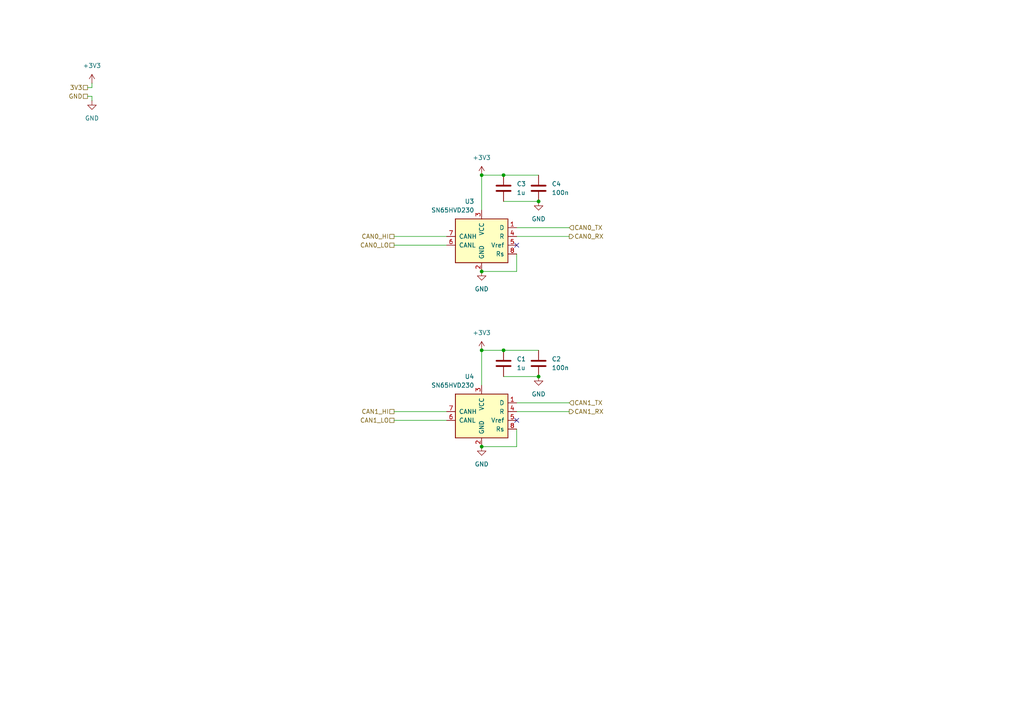
<source format=kicad_sch>
(kicad_sch (version 20250114) (generator "eeschema") (generator_version "9.0")
  (paper "A4")
  (lib_symbols
    (symbol "Device:C" (pin_numbers (hide yes)) (pin_names (offset 0.254))
      (property "Reference" "C" (at 0.635 2.54 0))
      (property "Value" "C" (at 0.635 -2.54 0))
      (symbol "C_0_1"
        (polyline (pts (xy -2.032 0.762) (xy 2.032 0.762)) (stroke (width 0.508)))
        (polyline (pts (xy -2.032 -0.762) (xy 2.032 -0.762)) (stroke (width 0.508)))
      )
      (symbol "C_1_1"
        (pin passive line (at 0 3.81 270) (length 2.794) (name "~") (number "1"))
        (pin passive line (at 0 -3.81 90) (length 2.794) (name "~") (number "2"))
      )
    )
    (symbol "Interface_CAN_LIN:SN65HVD230" (pin_names (offset 1.016))
      (property "Reference" "U" (at -2.54 10.16 0))
      (property "Value" "SN65HVD230" (at -2.54 7.62 0))
      (symbol "SN65HVD230_0_1"
        (rectangle (start -7.62 5.08) (end 7.62 -7.62) (stroke (width 0.254)) (fill (type background)))
      )
      (symbol "SN65HVD230_1_1"
        (pin input line (at -10.16 2.54 0) (length 2.54) (name "D") (number "1"))
        (pin output line (at -10.16 0 0) (length 2.54) (name "R") (number "4"))
        (pin output line (at -10.16 -2.54 0) (length 2.54) (name "Vref") (number "5"))
        (pin input line (at -10.16 -5.08 0) (length 2.54) (name "Rs") (number "8"))
        (pin power_in line (at 0 7.62 270) (length 2.54) (name "VCC") (number "3"))
        (pin power_in line (at 0 -10.16 90) (length 2.54) (name "GND") (number "2"))
        (pin bidirectional line (at 10.16 0 180) (length 2.54) (name "CANH") (number "7"))
        (pin bidirectional line (at 10.16 -2.54 180) (length 2.54) (name "CANL") (number "6"))
      )
    )
    (symbol "power:+3V3" (power) (pin_numbers (hide yes)) (pin_names (offset 0) (hide yes))
      (property "Value" "+3V3" (at 0 3.556 0))
      (symbol "+3V3_0_1"
        (polyline (pts (xy -0.762 1.27) (xy 0 2.54)))
        (polyline (pts (xy 0 2.54) (xy 0.762 1.27)))
        (polyline (pts (xy 0 0) (xy 0 2.54)))
      )
      (symbol "+3V3_1_1"
        (pin power_in line (at 0 0 90) (length 0) (name "~") (number "1"))
      )
    )
    (symbol "power:GND" (power) (pin_numbers (hide yes)) (pin_names (offset 0) (hide yes))
      (property "Value" "GND" (at 0 -3.81 0))
      (symbol "GND_0_1"
        (polyline (pts (xy 0 0) (xy 0 -1.27) (xy 1.27 -1.27) (xy 0 -2.54) (xy -1.27 -1.27) (xy 0 -1.27)))
      )
      (symbol "GND_1_1"
        (pin power_in line (at 0 0 270) (length 0) (name "~") (number "1"))
      )
    )
  )
  (junction (at 146.05 101.6))
  (junction (at 139.7 101.6))
  (junction (at 156.21 109.22))
  (junction (at 139.7 50.8))
  (junction (at 139.7 129.54))
  (junction (at 146.05 50.8))
  (junction (at 139.7 78.74))
  (junction (at 156.21 58.42))
  (no_connect (at 149.86 71.12))
  (no_connect (at 149.86 121.92))
  (wire (pts (xy 139.7 101.6) (xy 146.05 101.6)))
  (wire (pts (xy 149.86 124.46) (xy 149.86 129.54)))
  (wire (pts (xy 114.3 121.92) (xy 129.54 121.92)))
  (wire (pts (xy 149.86 78.74) (xy 139.7 78.74)))
  (wire (pts (xy 25.4 27.94) (xy 26.67 27.94)))
  (wire (pts (xy 149.86 73.66) (xy 149.86 78.74)))
  (wire (pts (xy 26.67 25.4) (xy 26.67 24.13)))
  (wire (pts (xy 114.3 119.38) (xy 129.54 119.38)))
  (wire (pts (xy 149.86 66.04) (xy 165.1 66.04)))
  (wire (pts (xy 149.86 129.54) (xy 139.7 129.54)))
  (wire (pts (xy 114.3 68.58) (xy 129.54 68.58)))
  (wire (pts (xy 25.4 25.4) (xy 26.67 25.4)))
  (wire (pts (xy 146.05 101.6) (xy 156.21 101.6)))
  (wire (pts (xy 146.05 109.22) (xy 156.21 109.22)))
  (wire (pts (xy 26.67 27.94) (xy 26.67 29.21)))
  (wire (pts (xy 149.86 116.84) (xy 165.1 116.84)))
  (wire (pts (xy 149.86 119.38) (xy 165.1 119.38)))
  (wire (pts (xy 114.3 71.12) (xy 129.54 71.12)))
  (wire (pts (xy 139.7 101.6) (xy 139.7 111.76)))
  (wire (pts (xy 139.7 50.8) (xy 146.05 50.8)))
  (wire (pts (xy 146.05 58.42) (xy 156.21 58.42)))
  (wire (pts (xy 149.86 68.58) (xy 165.1 68.58)))
  (wire (pts (xy 139.7 50.8) (xy 139.7 60.96)))
  (wire (pts (xy 146.05 50.8) (xy 156.21 50.8)))
  (hierarchical_label "CAN1_HI" (shape passive) (at 114.3 119.38 180))
  (hierarchical_label "CAN0_LO" (shape passive) (at 114.3 71.12 180))
  (hierarchical_label "GND" (shape passive) (at 25.4 27.94 180))
  (hierarchical_label "CAN0_TX" (shape input) (at 165.1 66.04 0))
  (hierarchical_label "CAN1_LO" (shape passive) (at 114.3 121.92 180))
  (hierarchical_label "3V3" (shape passive) (at 25.4 25.4 180))
  (hierarchical_label "CAN1_RX" (shape output) (at 165.1 119.38 0))
  (hierarchical_label "CAN0_HI" (shape passive) (at 114.3 68.58 180))
  (hierarchical_label "CAN1_TX" (shape input) (at 165.1 116.84 0))
  (hierarchical_label "CAN0_RX" (shape output) (at 165.1 68.58 0))
  (symbol (lib_id "Device:C") (at 146.05 105.41 0) (unit 1)
    (property "Reference" "C1" (at 149.86 104.1399 0) (effects (justify left)))
    (property "Value" "1u" (at 149.86 106.6799 0) (effects (justify left)))
    (property "Footprint" "Capacitor_SMD:C_0603_1608Metric" (effects (hide yes)))
    (property "Description" "Unpolarized capacitor" (effects (hide yes)))
  )
  (symbol (lib_id "power:+3V3") (at 139.7 50.8 0) (unit 1)
    (property "Reference" "#PWR014" (effects (hide yes)))
    (property "Value" "+3V3" (at 139.7 45.72 0))
    (property "Description" "Power symbol creates a global label with name \"+3V3\"" (effects (hide yes)))
  )
  (symbol (lib_id "power:+3V3") (at 26.67 24.13 0) (unit 1)
    (property "Reference" "#PWR013" (effects (hide yes)))
    (property "Value" "+3V3" (at 26.67 19.05 0))
    (property "Description" "Power symbol creates a global label with name \"+3V3\"" (effects (hide yes)))
  )
  (symbol (lib_id "Device:C") (at 146.05 54.61 0) (unit 1)
    (property "Reference" "C3" (at 149.86 53.3399 0) (effects (justify left)))
    (property "Value" "1u" (at 149.86 55.8799 0) (effects (justify left)))
    (property "Footprint" "Capacitor_SMD:C_0603_1608Metric" (effects (hide yes)))
    (property "Description" "Unpolarized capacitor" (effects (hide yes)))
  )
  (symbol (lib_id "Device:C") (at 156.21 54.61 0) (unit 1)
    (property "Reference" "C4" (at 160.02 53.3399 0) (effects (justify left)))
    (property "Value" "100n" (at 160.02 55.8799 0) (effects (justify left)))
    (property "Footprint" "Capacitor_SMD:C_0603_1608Metric" (effects (hide yes)))
    (property "Description" "Unpolarized capacitor" (effects (hide yes)))
  )
  (symbol (lib_id "power:GND") (at 139.7 129.54 0) (unit 1)
    (property "Reference" "#PWR08" (effects (hide yes)))
    (property "Value" "GND" (at 139.7 134.62 0))
    (property "Description" "Power symbol creates a global label with name \"GND\" , ground" (effects (hide yes)))
  )
  (symbol (lib_id "power:GND") (at 139.7 78.74 0) (unit 1)
    (property "Reference" "#PWR07" (effects (hide yes)))
    (property "Value" "GND" (at 139.7 83.82 0))
    (property "Description" "Power symbol creates a global label with name \"GND\" , ground" (effects (hide yes)))
  )
  (symbol (lib_id "Interface_CAN_LIN:SN65HVD230") (at 139.7 68.58 0) (mirror y) (unit 1)
    (property "Reference" "U3" (at 137.5567 58.42 0) (effects (justify left)))
    (property "Value" "SN65HVD230" (at 137.5567 60.96 0) (effects (justify left)))
    (property "Footprint" "Package_SO:SOIC-8_3.9x4.9mm_P1.27mm" (effects (hide yes)))
    (property "Datasheet" "http://www.ti.com/lit/ds/symlink/sn65hvd230.pdf" (effects (hide yes)))
    (property "Description" "CAN Bus Transceivers, 3.3V, 1Mbps, Low-Power capabilities, SOIC-8" (effects (hide yes)))
  )
  (symbol (lib_id "Device:C") (at 156.21 105.41 0) (unit 1)
    (property "Reference" "C2" (at 160.02 104.1399 0) (effects (justify left)))
    (property "Value" "100n" (at 160.02 106.6799 0) (effects (justify left)))
    (property "Footprint" "Capacitor_SMD:C_0603_1608Metric" (effects (hide yes)))
    (property "Description" "Unpolarized capacitor" (effects (hide yes)))
  )
  (symbol (lib_id "power:GND") (at 156.21 109.22 0) (unit 1)
    (property "Reference" "#PWR016" (effects (hide yes)))
    (property "Value" "GND" (at 156.21 114.3 0))
    (property "Description" "Power symbol creates a global label with name \"GND\" , ground" (effects (hide yes)))
  )
  (symbol (lib_id "Interface_CAN_LIN:SN65HVD230") (at 139.7 119.38 0) (mirror y) (unit 1)
    (property "Reference" "U4" (at 137.5567 109.22 0) (effects (justify left)))
    (property "Value" "SN65HVD230" (at 137.5567 111.76 0) (effects (justify left)))
    (property "Footprint" "Package_SO:SOIC-8_3.9x4.9mm_P1.27mm" (effects (hide yes)))
    (property "Datasheet" "http://www.ti.com/lit/ds/symlink/sn65hvd230.pdf" (effects (hide yes)))
    (property "Description" "CAN Bus Transceivers, 3.3V, 1Mbps, Low-Power capabilities, SOIC-8" (effects (hide yes)))
  )
  (symbol (lib_id "power:GND") (at 26.67 29.21 0) (unit 1)
    (property "Reference" "#PWR012" (effects (hide yes)))
    (property "Value" "GND" (at 26.67 34.29 0))
    (property "Description" "Power symbol creates a global label with name \"GND\" , ground" (effects (hide yes)))
  )
  (symbol (lib_id "power:GND") (at 156.21 58.42 0) (unit 1)
    (property "Reference" "#PWR017" (effects (hide yes)))
    (property "Value" "GND" (at 156.21 63.5 0))
    (property "Description" "Power symbol creates a global label with name \"GND\" , ground" (effects (hide yes)))
  )
  (symbol (lib_id "power:+3V3") (at 139.7 101.6 0) (unit 1)
    (property "Reference" "#PWR015" (effects (hide yes)))
    (property "Value" "+3V3" (at 139.7 96.52 0))
    (property "Description" "Power symbol creates a global label with name \"+3V3\"" (effects (hide yes)))
  )
)
</source>
